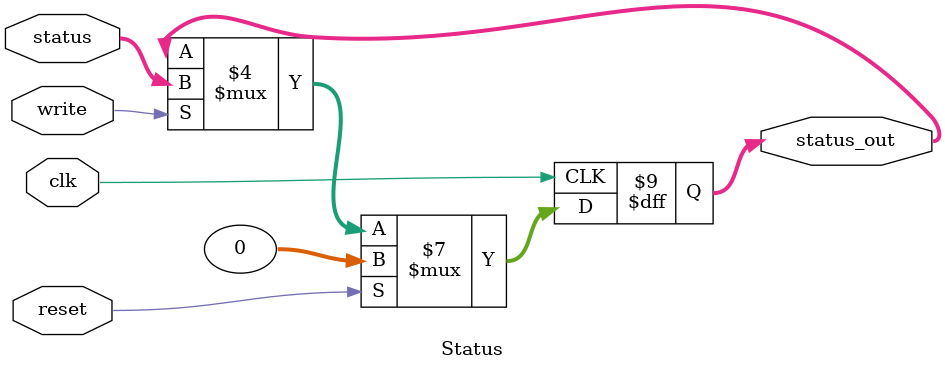
<source format=v>
`timescale 1ns / 1ps


module Status(
    input clk,reset,
    input write,
    input [31:0]status,
    output reg [31:0]status_out
    );
    always@(posedge clk)
        begin
            if(reset==1)
                begin
                    status_out<=0;
                end 
            else if(write==1)
                begin
                    status_out<=status;
                end
        end
endmodule

</source>
